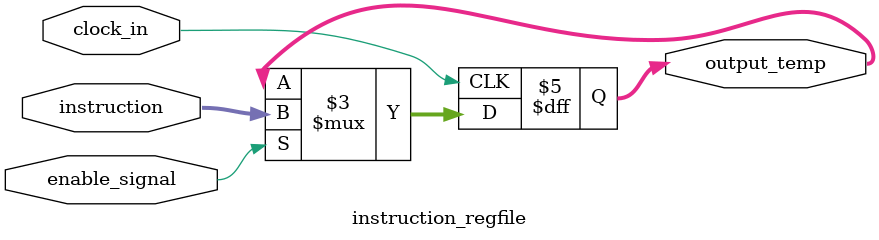
<source format=v>
`timescale 1ns / 1ps
module instruction_regfile(input clock_in,input enable_signal,input [31:0]instruction,output reg [31:0]output_temp);
always@(posedge clock_in)
begin if(enable_signal)begin output_temp = instruction;end end endmodule
</source>
